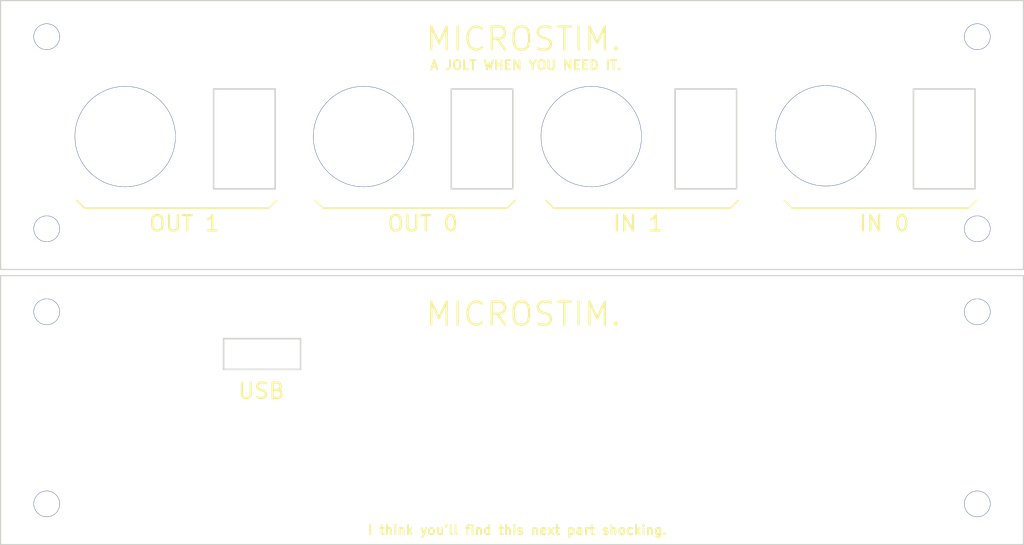
<source format=kicad_pcb>
(kicad_pcb (version 20171130) (host pcbnew 5.0.2-bee76a0~70~ubuntu18.04.1)

  (general
    (thickness 1.6)
    (drawings 58)
    (tracks 12)
    (zones 0)
    (modules 0)
    (nets 1)
  )

  (page A4)
  (layers
    (0 Top signal)
    (31 Bottom signal)
    (32 B.Adhes user)
    (33 F.Adhes user)
    (34 B.Paste user)
    (35 F.Paste user)
    (36 B.SilkS user)
    (37 F.SilkS user)
    (38 B.Mask user)
    (39 F.Mask user)
    (40 Dwgs.User user)
    (41 Cmts.User user)
    (42 Eco1.User user)
    (43 Eco2.User user)
    (44 Edge.Cuts user)
    (45 Margin user)
    (46 B.CrtYd user)
    (47 F.CrtYd user)
    (48 B.Fab user)
    (49 F.Fab user hide)
  )

  (setup
    (last_trace_width 0.25)
    (trace_clearance 0.1524)
    (zone_clearance 0.508)
    (zone_45_only no)
    (trace_min 0.2)
    (segment_width 0.2)
    (edge_width 0.15)
    (via_size 0.8)
    (via_drill 0.4)
    (via_min_size 0.4)
    (via_min_drill 0.3)
    (uvia_size 0.3)
    (uvia_drill 0.1)
    (uvias_allowed no)
    (uvia_min_size 0.2)
    (uvia_min_drill 0.1)
    (pcb_text_width 0.3)
    (pcb_text_size 1.5 1.5)
    (mod_edge_width 0.15)
    (mod_text_size 1 1)
    (mod_text_width 0.15)
    (pad_size 3.3 3.3)
    (pad_drill 3.3)
    (pad_to_mask_clearance 0.051)
    (solder_mask_min_width 0.25)
    (aux_axis_origin 0 0)
    (visible_elements FFFFFF7F)
    (pcbplotparams
      (layerselection 0x010fc_ffffffff)
      (usegerberextensions true)
      (usegerberattributes false)
      (usegerberadvancedattributes false)
      (creategerberjobfile false)
      (excludeedgelayer true)
      (linewidth 0.100000)
      (plotframeref false)
      (viasonmask false)
      (mode 1)
      (useauxorigin false)
      (hpglpennumber 1)
      (hpglpenspeed 20)
      (hpglpendiameter 15.000000)
      (psnegative false)
      (psa4output false)
      (plotreference true)
      (plotvalue true)
      (plotinvisibletext false)
      (padsonsilk false)
      (subtractmaskfromsilk false)
      (outputformat 1)
      (mirror false)
      (drillshape 0)
      (scaleselection 1)
      (outputdirectory "../PanelPCB_fabricationFiles_20181210/"))
  )

  (net 0 "")

  (net_class Default "This is the default net class."
    (clearance 0.1524)
    (trace_width 0.25)
    (via_dia 0.8)
    (via_drill 0.4)
    (uvia_dia 0.3)
    (uvia_drill 0.1)
  )

  (gr_line (start 182.6 41.8) (end 182.6 76.8) (layer Edge.Cuts) (width 0.15))
  (gr_text "USB\n" (at 83.5 92.6) (layer F.SilkS)
    (effects (font (size 2 2) (thickness 0.3)))
  )
  (gr_line (start 88.6 89.8) (end 78.6 89.8) (layer Edge.Cuts) (width 0.2))
  (gr_line (start 88.6 85.8) (end 88.6 89.8) (layer Edge.Cuts) (width 0.2))
  (gr_line (start 78.6 85.8) (end 88.6 85.8) (layer Edge.Cuts) (width 0.2))
  (gr_line (start 78.6 89.8) (end 78.6 85.8) (layer Edge.Cuts) (width 0.2))
  (gr_text "I think you'll find this next part shocking." (at 116.8 110.7) (layer F.SilkS) (tstamp 5C0E399E)
    (effects (font (size 1.2 1.2) (thickness 0.25)))
  )
  (gr_line (start 49.6 77.6) (end 182.6 77.6) (layer Edge.Cuts) (width 0.15) (tstamp 5C0E399D))
  (gr_line (start 49.6 112.6) (end 49.6 77.6) (layer Edge.Cuts) (width 0.15) (tstamp 5C0E3994))
  (gr_line (start 182.6 77.6) (end 182.6 112.6) (layer Edge.Cuts) (width 0.15) (tstamp 5C0E3985))
  (gr_line (start 53.7 103.8) (end 53.7 102.2) (layer F.Fab) (width 0.15) (tstamp 5C0E3984))
  (gr_line (start 178.2 102.2) (end 178.2 103.8) (layer F.Fab) (width 0.15) (tstamp 5C0E3981))
  (gr_line (start 182.6 112.6) (end 49.6 112.6) (layer Edge.Cuts) (width 0.15) (tstamp 5C0E397D))
  (gr_line (start 53.7 102.2) (end 178.2 102.2) (layer F.Fab) (width 0.15) (tstamp 5C0E397C))
  (gr_line (start 178.2 103.8) (end 53.7 103.8) (layer F.Fab) (width 0.15) (tstamp 5C0E3972))
  (gr_text MICROSTIM. (at 117.6 82.6) (layer F.SilkS) (tstamp 5C0E3971)
    (effects (font (size 3 3) (thickness 0.3)))
  )
  (gr_text "A JOLT WHEN YOU NEED IT." (at 117.9 50.2) (layer F.SilkS)
    (effects (font (size 1.2 1.2) (thickness 0.25)))
  )
  (gr_text MICROSTIM. (at 117.6 46.8) (layer F.SilkS)
    (effects (font (size 3 3) (thickness 0.3)))
  )
  (gr_text "OUT 1" (at 73.5 70.8) (layer F.SilkS)
    (effects (font (size 2 2) (thickness 0.3)))
  )
  (gr_text "OUT 0" (at 104.5 70.8) (layer F.SilkS)
    (effects (font (size 2 2) (thickness 0.3)))
  )
  (gr_line (start 60.5 68.8) (end 59.5 67.8) (layer F.SilkS) (width 0.2))
  (gr_line (start 61.5 68.8) (end 60.5 68.8) (layer F.SilkS) (width 0.2))
  (gr_line (start 84.5 68.8) (end 61.5 68.8) (layer F.SilkS) (width 0.2))
  (gr_line (start 85.5 67.8) (end 84.5 68.8) (layer F.SilkS) (width 0.2))
  (gr_line (start 91.5 68.8) (end 90.5 67.8) (layer F.SilkS) (width 0.2))
  (gr_line (start 115.5 68.8) (end 91.5 68.8) (layer F.SilkS) (width 0.2))
  (gr_line (start 116.5 67.8) (end 115.5 68.8) (layer F.SilkS) (width 0.2))
  (gr_line (start 121.5 68.8) (end 120.5 67.8) (layer F.SilkS) (width 0.2))
  (gr_line (start 144.5 68.8) (end 121.5 68.8) (layer F.SilkS) (width 0.2))
  (gr_line (start 145.5 67.8) (end 144.5 68.8) (layer F.SilkS) (width 0.2))
  (gr_line (start 175.5 68.8) (end 176.5 67.8) (layer F.SilkS) (width 0.2))
  (gr_line (start 152.5 68.8) (end 175.5 68.8) (layer F.SilkS) (width 0.2))
  (gr_line (start 151.5 67.8) (end 152.5 68.8) (layer F.SilkS) (width 0.2))
  (gr_text "IN 1" (at 132.5 70.8) (layer F.SilkS)
    (effects (font (size 2 2) (thickness 0.3)))
  )
  (gr_text "IN 0\n" (at 164.5 70.8) (layer F.SilkS)
    (effects (font (size 2 2) (thickness 0.3)))
  )
  (gr_line (start 168.3 66.3) (end 168.3 53.3) (layer Edge.Cuts) (width 0.2) (tstamp 5C0E31B3))
  (gr_line (start 176.3 66.3) (end 168.3 66.3) (layer Edge.Cuts) (width 0.2) (tstamp 5C0E31B2))
  (gr_line (start 176.3 53.3) (end 176.3 66.3) (layer Edge.Cuts) (width 0.2) (tstamp 5C0E31B1))
  (gr_line (start 168.3 53.3) (end 176.3 53.3) (layer Edge.Cuts) (width 0.2) (tstamp 5C0E31B0))
  (gr_line (start 137.3 66.3) (end 137.3 53.3) (layer Edge.Cuts) (width 0.2) (tstamp 5C0E31B3))
  (gr_line (start 145.3 66.3) (end 137.3 66.3) (layer Edge.Cuts) (width 0.2) (tstamp 5C0E31B2))
  (gr_line (start 145.3 53.3) (end 145.3 66.3) (layer Edge.Cuts) (width 0.2) (tstamp 5C0E31B1))
  (gr_line (start 137.3 53.3) (end 145.3 53.3) (layer Edge.Cuts) (width 0.2) (tstamp 5C0E31B0))
  (gr_line (start 108.2 66.3) (end 108.2 53.3) (layer Edge.Cuts) (width 0.2) (tstamp 5C0E31B3))
  (gr_line (start 116.2 66.3) (end 108.2 66.3) (layer Edge.Cuts) (width 0.2) (tstamp 5C0E31B2))
  (gr_line (start 116.2 53.3) (end 116.2 66.3) (layer Edge.Cuts) (width 0.2) (tstamp 5C0E31B1))
  (gr_line (start 108.2 53.3) (end 116.2 53.3) (layer Edge.Cuts) (width 0.2) (tstamp 5C0E31B0))
  (gr_line (start 77.3 66.3) (end 77.3 53.3) (layer Edge.Cuts) (width 0.2) (tstamp 5C0E31B3))
  (gr_line (start 85.3 66.3) (end 77.3 66.3) (layer Edge.Cuts) (width 0.2) (tstamp 5C0E31B2))
  (gr_line (start 85.3 53.3) (end 85.3 66.3) (layer Edge.Cuts) (width 0.2) (tstamp 5C0E31B1))
  (gr_line (start 77.3 53.3) (end 85.3 53.3) (layer Edge.Cuts) (width 0.2) (tstamp 5C0E31B0))
  (gr_line (start 178.2 68) (end 53.7 68) (layer F.Fab) (width 0.15))
  (gr_line (start 178.2 66.4) (end 178.2 68) (layer F.Fab) (width 0.15))
  (gr_line (start 53.7 66.4) (end 178.2 66.4) (layer F.Fab) (width 0.15))
  (gr_line (start 53.7 68) (end 53.7 66.4) (layer F.Fab) (width 0.15))
  (gr_line (start 182.6 76.8) (end 49.6 76.8) (layer Edge.Cuts) (width 0.15))
  (gr_line (start 49.6 41.8) (end 182.6 41.8) (layer Edge.Cuts) (width 0.15))
  (gr_line (start 49.6 76.8) (end 49.6 41.8) (layer Edge.Cuts) (width 0.15))

  (via (at 65.8 59.5) (size 13.1) (drill 13) (layers Top Bottom) (net 0))
  (via (at 96.8 59.5) (size 13.1) (drill 13) (layers Top Bottom) (net 0) (tstamp 5C0E30DC))
  (via (at 126.4 59.5) (size 13.1) (drill 13) (layers Top Bottom) (net 0) (tstamp 5C0E30DC))
  (via (at 156.9 59.4) (size 13.1) (drill 13) (layers Top Bottom) (net 0) (tstamp 5C0E30DC))
  (via (at 55.6 71.5) (size 3.4) (drill 3.3) (layers Top Bottom) (net 0))
  (via (at 55.6 46.5) (size 3.4) (drill 3.3) (layers Top Bottom) (net 0) (tstamp 5C0E353F))
  (via (at 176.6 71.5) (size 3.4) (drill 3.3) (layers Top Bottom) (net 0) (tstamp 5C0E353F))
  (via (at 176.6 46.5) (size 3.4) (drill 3.3) (layers Top Bottom) (net 0) (tstamp 5C0E353F))
  (via (at 55.6 107.3) (size 3.4) (drill 3.3) (layers Top Bottom) (net 0) (tstamp 5C0E396E))
  (via (at 55.6 82.3) (size 3.4) (drill 3.3) (layers Top Bottom) (net 0) (tstamp 5C0E397E))
  (via (at 176.6 82.3) (size 3.4) (drill 3.3) (layers Top Bottom) (net 0) (tstamp 5C0E3987))
  (via (at 176.6 107.3) (size 3.4) (drill 3.3) (layers Top Bottom) (net 0) (tstamp 5C0E3996))

)

</source>
